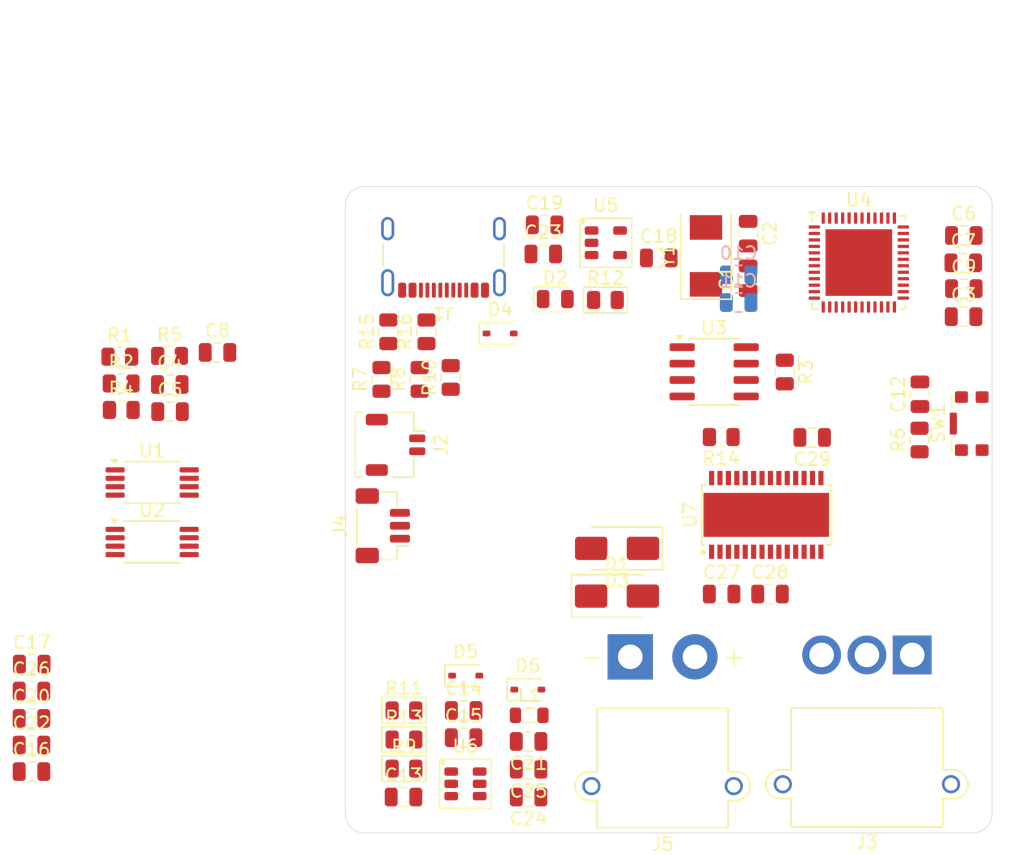
<source format=kicad_pcb>
(kicad_pcb (version 20240108) (generator "pcbnew") (generator_version "8.0")
  (layers (0 "F.Cu" signal) (1 "In1.Cu" signal) (2 "In2.Cu" power) (31 "B.Cu" signal) (34 "B.Paste" user) (35 "F.Paste" user) (36 "B.SilkS" user "B.Silkscreen") (37 "F.SilkS" user "F.Silkscreen") (38 "B.Mask" user) (39 "F.Mask" user) (44 "Edge.Cuts" user))
  (net 0 "")
  (net 1 "Net-(J1-CC2)")
  (net 4 "VBUS")
  (net 5 "/USB_DM_IN")
  (net 6 "/USB_DP_IN")
  (net 7 "GND")
  (net 8 "Net-(J1-CC1)")
  (net 9 "/NRST")
  (net 10 "+3.3V")
  (net 11 "/USB_DP")
  (net 12 "/OSC_OUT")
  (net 13 "GNDA")
  (net 14 "/OSC_IN")
  (net 15 "/PWM_C")
  (net 16 "/DRV_EN")
  (net 17 "/V3P3")
  (net 18 "/MOTOR_C")
  (net 19 "/PWM_B")
  (net 20 "VCC")
  (net 21 "/DRV_FAULT")
  (net 22 "/MOTOR_A_CS")
  (net 23 "/MOTOR_B_CS")
  (net 24 "/MOTOR_A")
  (net 25 "/SENSE_A")
  (net 26 "/SENSE_B")
  (net 27 "/MOTOR_B")
  (net 28 "/CAN_L")
  (net 29 "/CAN_R")
  (net 30 "/CAN_H")
  (net 31 "/CAN_D")
  (net 32 "Net-(C8-Pad1)")
  (net 33 "/USB_DM")
  (net 34 "Net-(U7-CPL)")
  (net 35 "Net-(U7-CPH)")
  (net 36 "Net-(U7-VCP)")
  (net 37 "Net-(U7-V3P3)")
  (net 38 "Net-(D2-K)")
  (net 39 "+5V")
  (net 40 "Net-(D5-K)")
  (net 41 "Net-(D6-K)")
  (net 52 "/PWM_A")
  (net 67 "Net-(U5-BYPASS)")
  (net 68 "Net-(U6-EN)")
  (net 69 "Net-(U6-BS)")
  (net 70 "Net-(U6-FB)")
  (net 71 "Net-(C14-Pad2)")
  (net 72 "VCC_IN")
  (net 73 "/Encoder_PWM")
  (footprint "Capacitor_SMD:C_0805_2012Metric" (layer "F.Cu") (at 168.15 61.33)
    (property "Reference" "C3" (at 0 -1.68 0) (layer "F.SilkS"))
    (property "Value" "0.1uF")
    (pad "1" smd roundrect (at -0.95 0) (size 1 1.45) (layers "F.Cu" "F.Paste" "F.Mask") (net 10 "+3.3V"))
    (pad "2" smd roundrect (at 0.95 0) (size 1 1.45) (layers "F.Cu" "F.Paste" "F.Mask") (net 7 "GND"))
  )
  (footprint "Capacitor_SMD:C_0805_2012Metric" (layer "F.Cu") (at 96.13 88.2)
    (property "Reference" "C17" (at 0 -1.68 0) (layer "F.SilkS"))
    (property "Value" "100uF")
    (pad "1" smd roundrect (at -0.95 0) (size 1 1.45) (layers "F.Cu" "F.Paste" "F.Mask") (net 20 "VCC"))
    (pad "2" smd roundrect (at 0.95 0) (size 1 1.45) (layers "F.Cu" "F.Paste" "F.Mask") (net 7 "GND"))
  )
  (footprint "Inductor_SMD:L_0805_2012Metric" (layer "F.Cu") (at 134.58 92.16)
    (property "Reference" "L1" (at 0 -1.55 0) (layer "F.SilkS"))
    (property "Value" "6.8uH")
    (pad "1" smd roundrect (at -1.0625 0) (size 0.875 1.2) (layers "F.Cu" "F.Paste" "F.Mask") (net 71 "Net-(C14-Pad2)"))
    (pad "2" smd roundrect (at 1.0625 0) (size 0.875 1.2) (layers "F.Cu" "F.Paste" "F.Mask") (net 39 "+5V"))
  )
  (footprint "Capacitor_SMD:C_0805_2012Metric" (layer "F.Cu") (at 164.78 67.33 90)
    (property "Reference" "C12" (at 0 -1.68 90) (layer "F.SilkS"))
    (property "Value" "0.1uF")
    (pad "1" smd roundrect (at -0.95 0 90) (size 1 1.45) (layers "F.Cu" "F.Paste" "F.Mask") (net 9 "/NRST"))
    (pad "2" smd roundrect (at 0.95 0 90) (size 1 1.45) (layers "F.Cu" "F.Paste" "F.Mask") (net 7 "GND"))
  )
  (footprint "Capacitor_SMD:C_0805_2012Metric" (layer "F.Cu") (at 151.5 58.36 90)
    (property "Reference" "C1" (at 0 -1.68 90) (layer "F.SilkS"))
    (property "Value" "8pF")
    (pad "1" smd roundrect (at -0.95 0 90) (size 1 1.45) (layers "F.Cu" "F.Paste" "F.Mask") (net 7 "GND"))
    (pad "2" smd roundrect (at 0.95 0 90) (size 1 1.45) (layers "F.Cu" "F.Paste" "F.Mask") (net 12 "/OSC_OUT"))
  )
  (footprint "Connector_USB:USB_C_Receptacle_GCT_USB4105-xx-A_16P_TopMnt_Horizontal" (layer "F.Cu") (at 127.96 55.6 180)
    (property "Reference" "J1" (at 0 -5.5 180) (layer "F.SilkS"))
    (property "Value" "USB_C_Receptacle_USB2.0_16P")
    (pad "" np_thru_hole circle (at -2.89 -2.605 180) (size 0.65 0.65) (drill 0.65) (layers "F&B.Cu" "*.Mask"))
    (pad "" np_thru_hole circle (at 2.89 -2.605 180) (size 0.65 0.65) (drill 0.65) (layers "F&B.Cu" "*.Mask"))
    (pad "A1" smd roundrect (at -3.2 -3.68 180) (size 0.6 1.15) (layers "F.Cu" "F.Paste" "F.Mask") (net 7 "GND"))
    (pad "A4" smd roundrect (at -2.4 -3.68 180) (size 0.6 1.15) (layers "F.Cu" "F.Paste" "F.Mask") (net 4 "VBUS"))
    (pad "A5" smd roundrect (at -1.25 -3.68 180) (size 0.3 1.15) (layers "F.Cu" "F.Paste" "F.Mask") (net 8 "Net-(J1-CC1)"))
    (pad "A6" smd roundrect (at -0.25 -3.68 180) (size 0.3 1.15) (layers "F.Cu" "F.Paste" "F.Mask") (net 6 "/USB_DP_IN"))
    (pad "A7" smd roundrect (at 0.25 -3.68 180) (size 0.3 1.15) (layers "F.Cu" "F.Paste" "F.Mask") (net 5 "/USB_DM_IN"))
    (pad "A8" smd roundrect (at 1.25 -3.68 180) (size 0.3 1.15) (layers "F.Cu" "F.Paste" "F.Mask"))
    (pad "A9" smd roundrect (at 2.4 -3.68 180) (size 0.6 1.15) (layers "F.Cu" "F.Paste" "F.Mask") (net 4 "VBUS"))
    (pad "A12" smd roundrect (at 3.2 -3.68 180) (size 0.6 1.15) (layers "F.Cu" "F.Paste" "F.Mask") (net 7 "GND"))
    (pad "B1" smd roundrect (at 3.2 -3.68 180) (size 0.6 1.15) (layers "F.Cu" "F.Paste" "F.Mask") (net 7 "GND"))
    (pad "B4" smd roundrect (at 2.4 -3.68 180) (size 0.6 1.15) (layers "F.Cu" "F.Paste" "F.Mask") (net 4 "VBUS"))
    (pad "B5" smd roundrect (at 1.75 -3.68 180) (size 0.3 1.15) (layers "F.Cu" "F.Paste" "F.Mask") (net 1 "Net-(J1-CC2)"))
    (pad "B6" smd roundrect (at 0.75 -3.68 180) (size 0.3 1.15) (layers "F.Cu" "F.Paste" "F.Mask") (net 6 "/USB_DP_IN"))
    (pad "B7" smd roundrect (at -0.75 -3.68 180) (size 0.3 1.15) (layers "F.Cu" "F.Paste" "F.Mask") (net 5 "/USB_DM_IN"))
    (pad "B8" smd roundrect (at -1.75 -3.68 180) (size 0.3 1.15) (layers "F.Cu" "F.Paste" "F.Mask"))
    (pad "B9" smd roundrect (at -2.4 -3.68 180) (size 0.6 1.15) (layers "F.Cu" "F.Paste" "F.Mask") (net 4 "VBUS"))
    (pad "B12" smd roundrect (at -3.2 -3.68 180) (size 0.6 1.15) (layers "F.Cu" "F.Paste" "F.Mask") (net 7 "GND"))
    (pad "S1" thru_hole oval (at -4.32 -3.105 180) (size 1 2.1) (drill oval 0.6 1.7) (layers "*.Cu" "*.Mask" "F.Paste") (net 7 "GND"))
    (pad "S1" thru_hole oval (at -4.32 1.075 180) (size 1 1.8) (drill oval 0.6 1.4) (layers "*.Cu" "*.Mask" "F.Paste") (net 7 "GND"))
    (pad "S1" thru_hole oval (at 4.32 -3.105 180) (size 1 2.1) (drill oval 0.6 1.7) (layers "*.Cu" "*.Mask" "F.Paste") (net 7 "GND"))
    (pad "S1" thru_hole oval (at 4.32 1.075 180) (size 1 1.8) (drill oval 0.6 1.4) (layers "*.Cu" "*.Mask" "F.Paste") (net 7 "GND"))
  )
  (footprint "Resistor_SMD:R_0805_2012Metric" (layer "F.Cu") (at 126.11 66.1825 90)
    (property "Reference" "R8" (at 0 -1.65 90) (layer "F.SilkS"))
    (property "Value" "22")
    (pad "1" smd roundrect (at -0.9125 0 90) (size 1.025 1.4) (layers "F.Cu" "F.Paste" "F.Mask") (roundrect_rratio 0.243902) (net 6 "/USB_DP_IN"))
    (pad "2" smd roundrect (at 0.9125 0 90) (size 1.025 1.4) (layers "F.Cu" "F.Paste" "F.Mask") (roundrect_rratio 0.243902) (net 11 "/USB_DP"))
  )
  (footprint "Capacitor_SMD:C_0805_2012Metric" (layer "F.Cu") (at 135.665 56.485)
    (property "Reference" "C23" (at 0 -1.68 0) (layer "F.SilkS"))
    (property "Value" "10uF")
    (pad "1" smd roundrect (at -0.95 0) (size 1 1.45) (layers "F.Cu" "F.Paste" "F.Mask") (net 10 "+3.3V"))
    (pad "2" smd roundrect (at 0.95 0) (size 1 1.45) (layers "F.Cu" "F.Paste" "F.Mask") (net 7 "GND"))
  )
  (footprint "LED_SMD:LED_0805_2012Metric" (layer "F.Cu") (at 136.5925 59.97)
    (property "Reference" "D2" (at 0 -1.65 0) (layer "F.SilkS"))
    (property "Value" "LED")
    (pad "1" smd roundrect (at -0.9375 0) (size 0.975 1.4) (layers "F.Cu" "F.Paste" "F.Mask") (net 38 "Net-(D2-K)"))
    (pad "2" smd roundrect (at 0.9375 0) (size 0.975 1.4) (layers "F.Cu" "F.Paste" "F.Mask") (net 39 "+5V"))
  )
  (footprint "Connector_JST:JST_SHL_SM02B-SHLS-TF_1x02-1MP_P1.00mm_Horizontal" (layer "F.Cu") (at 124.25 71.24 -90)
    (property "Reference" "J2" (at 0 -3.5 90) (layer "F.SilkS"))
    (property "Value" "Conn_01x02_MountingPin")
    (pad "1" smd roundrect (at -0.5 -1.675 270) (size 0.6 1.25) (layers "F.Cu" "F.Paste" "F.Mask") (net 30 "/CAN_H"))
    (pad "2" smd roundrect (at 0.5 -1.675 270) (size 0.6 1.25) (layers "F.Cu" "F.Paste" "F.Mask") (net 28 "/CAN_L"))
    (pad "MP" smd roundrect (at -1.95 1.45 270) (size 0.9 1.7) (layers "F.Cu" "F.Paste" "F.Mask") (net 7 "GND"))
    (pad "MP" smd roundrect (at 1.95 1.45 270) (size 0.9 1.7) (layers "F.Cu" "F.Paste" "F.Mask") (net 7 "GND"))
  )
  (footprint "Resistor_SMD:R_0805_2012Metric" (layer "F.Cu") (at 154.33 65.61 -90)
    (property "Reference" "R3" (at 0 -1.65 90) (layer "F.SilkS"))
    (property "Value" "120")
    (pad "1" smd roundrect (at -0.9125 0 270) (size 1.025 1.4) (layers "F.Cu" "F.Paste" "F.Mask") (roundrect_rratio 0.243902) (net 30 "/CAN_H"))
    (pad "2" smd roundrect (at 0.9125 0 270) (size 1.025 1.4) (layers "F.Cu" "F.Paste" "F.Mask") (roundrect_rratio 0.243902) (net 28 "/CAN_L"))
  )
  (footprint "Capacitor_SMD:C_0805_2012Metric" (layer "F.Cu") (at 110.4875 64.095)
    (property "Reference" "C8" (at 0 -1.68 0) (layer "F.SilkS"))
    (property "Value" "10uF")
    (pad "1" smd roundrect (at -0.95 0) (size 1 1.45) (layers "F.Cu" "F.Paste" "F.Mask") (net 32 "Net-(C8-Pad1)"))
    (pad "2" smd roundrect (at 0.95 0) (size 1 1.45) (layers "F.Cu" "F.Paste" "F.Mask") (net 13 "GNDA"))
  )
  (footprint "Diode_SMD:D_SOD-323" (layer "F.Cu") (at 134.475 90.17)
    (property "Reference" "D6" (at 0 -1.85 0) (layer "F.SilkS"))
    (property "Value" "B5817WS")
    (pad "1" smd roundrect (at -1.05 0) (size 0.6 0.45) (layers "F.Cu" "F.Paste" "F.Mask") (net 41 "Net-(D6-K)"))
    (pad "2" smd roundrect (at 1.05 0) (size 0.6 0.45) (layers "F.Cu" "F.Paste" "F.Mask") (net 20 "VCC"))
  )
  (footprint "Resistor_SMD:R_0805_2012Metric" (layer "F.Cu") (at 106.7775 64.365)
    (property "Reference" "R5" (at 0 -1.65 0) (layer "F.SilkS"))
    (property "Value" "3.3K")
    (pad "1" smd roundrect (at -0.9125 0) (size 1.025 1.4) (layers "F.Cu" "F.Paste" "F.Mask") (roundrect_rratio 0.243902) (net 32 "Net-(C8-Pad1)"))
    (pad "2" smd roundrect (at 0.9125 0) (size 1.025 1.4) (layers "F.Cu" "F.Paste" "F.Mask") (roundrect_rratio 0.243902) (net 13 "GNDA"))
  )
  (footprint "PCM_Package_TO_SOT_SMD_AKL:SOT-23-6" (layer "F.Cu") (at 129.65 97.46)
    (property "Reference" "U6" (at 0 -2.9 360) (layer "F.SilkS"))
    (property "Value" "ME3116" (hide yes))
    (pad "1" smd roundrect (at -1.1 -0.95) (size 1.06 0.65) (layers "F.Cu" "F.Paste" "F.Mask") (net 69 "Net-(U6-BS)"))
    (pad "2" smd roundrect (at -1.1 0) (size 1.06 0.65) (layers "F.Cu" "F.Paste" "F.Mask") (net 7 "GND"))
    (pad "3" smd roundrect (at -1.1 0.95) (size 1.06 0.65) (layers "F.Cu" "F.Paste" "F.Mask") (net 70 "Net-(U6-FB)"))
    (pad "4" smd roundrect (at 1.1 0.95) (size 1.06 0.65) (layers "F.Cu" "F.Paste" "F.Mask") (net 68 "Net-(U6-EN)"))
    (pad "5" smd roundrect (at 1.1 0) (size 1.06 0.65) (layers "F.Cu" "F.Paste" "F.Mask") (net 41 "Net-(D6-K)"))
    (pad "6" smd roundrect (at 1.1 -0.95) (size 1.06 0.65) (layers "F.Cu" "F.Paste" "F.Mask") (net 40 "Net-(D5-K)"))
  )
  (footprint "Crystal:Crystal_SMD_0603-2Pin_6.0x3.5mm" (layer "F.Cu") (at 148.24 56.63 90)
    (property "Reference" "Y1" (at 0 -2.95 90) (layer "F.SilkS"))
    (property "Value" "8M")
    (pad "1" smd rect (at -2.2 0 90) (size 1.9 2.5) (layers "F.Cu" "F.Paste" "F.Mask") (net 12 "/OSC_OUT"))
    (pad "2" smd rect (at 2.2 0 90) (size 1.9 2.5) (layers "F.Cu" "F.Paste" "F.Mask") (net 14 "/OSC_IN"))
  )
  (footprint "Resistor_SMD:R_0805_2012Metric" (layer "F.Cu") (at 103.0375 66.495)
    (property "Reference" "R2" (at 0 -1.65 0) (layer "F.SilkS"))
    (property "Value" "0.01")
    (pad "1" smd roundrect (at -0.9125 0) (size 1.025 1.4) (layers "F.Cu" "F.Paste" "F.Mask") (roundrect_rratio 0.243902) (net 23 "/MOTOR_B_CS"))
    (pad "2" smd roundrect (at 0.9125 0) (size 1.025 1.4) (layers "F.Cu" "F.Paste" "F.Mask") (roundrect_rratio 0.243902) (net 27 "/MOTOR_B"))
  )
  (footprint "Capacitor_SMD:C_0805_2012Metric" (layer "F.Cu") (at 134.53 98.48 180)
    (property "Reference" "C24" (at 0 -1.68 360) (layer "F.SilkS"))
    (property "Value" "10uF")
    (pad "1" smd roundrect (at -0.95 0 180) (size 1 1.45) (layers "F.Cu" "F.Paste" "F.Mask") (net 7 "GND"))
    (pad "2" smd roundrect (at 0.95 0 180) (size 1 1.45) (layers "F.Cu" "F.Paste" "F.Mask") (net 41 "Net-(D6-K)"))
  )
  (footprint "Capacitor_SMD:C_0805_2012Metric" (layer "F.Cu") (at 153.19 82.78)
    (property "Reference" "C28" (at 0 -1.68 360) (layer "F.SilkS"))
    (property "Value" "0.1uF")
    (pad "1" smd roundrect (at -0.95 0) (size 1 1.45) (layers "F.Cu" "F.Paste" "F.Mask") (net 36 "Net-(U7-VCP)"))
    (pad "2" smd roundrect (at 0.95 0) (size 1 1.45) (layers "F.Cu" "F.Paste" "F.Mask") (net 20 "VCC"))
  )
  (footprint "Package_SO:TSSOP-8_4.4x3mm_P0.65mm" (layer "F.Cu") (at 105.4375 74.155)
    (property "Reference" "U1" (at 0 -2.45 0) (layer "F.SilkS"))
    (property "Value" "INA240A2PW")
    (pad "1" smd roundrect (at -2.8625 -0.975) (size 1.475 0.4) (layers "F.Cu" "F.Paste" "F.Mask") (net 7 "GND"))
    (pad "2" smd roundrect (at -2.8625 -0.325) (size 1.475 0.4) (layers "F.Cu" "F.Paste" "F.Mask") (net 24 "/MOTOR_A"))
    (pad "3" smd roundrect (at -2.8625 0.325) (size 1.475 0.4) (layers "F.Cu" "F.Paste" "F.Mask") (net 22 "/MOTOR_A_CS"))
    (pad "4" smd roundrect (at -2.8625 0.975) (size 1.475 0.4) (layers "F.Cu" "F.Paste" "F.Mask") (net 7 "GND"))
    (pad "5" smd roundrect (at 2.8625 0.975) (size 1.475 0.4) (layers "F.Cu" "F.Paste" "F.Mask") (net 10 "+3.3V"))
    (pad "6" smd roundrect (at 2.8625 0.325) (size 1.475 0.4) (layers "F.Cu" "F.Paste" "F.Mask") (net 10 "+3.3V"))
    (pad "7" smd roundrect (at 2.8625 -0.325) (size 1.475 0.4) (layers "F.Cu" "F.Paste" "F.Mask") (net 7 "GND"))
    (pad "8" smd roundrect (at 2.8625 -0.975) (size 1.475 0.4) (layers "F.Cu" "F.Paste" "F.Mask") (net 25 "/SENSE_A"))
  )
  (footprint "Diode_SMD:D_SOD-323" (layer "F.Cu") (at 129.67 89.09)
    (property "Reference" "D5" (at 0 -1.85 0) (layer "F.SilkS"))
    (property "Value" "B5817WS")
    (pad "1" smd roundrect (at -1.05 0) (size 0.6 0.45) (layers "F.Cu" "F.Paste" "F.Mask") (net 40 "Net-(D5-K)"))
    (pad "2" smd roundrect (at 1.05 0) (size 0.6 0.45) (layers "F.Cu" "F.Paste" "F.Mask") (net 7 "GND"))
  )
  (footprint "Capacitor_SMD:C_0805_2012Metric" (layer "F.Cu") (at 124.8625 98.48)
    (property "Reference" "C13" (at 0 -1.68 0) (layer "F.SilkS"))
    (property "Value" "100K")
    (pad "1" smd roundrect (at -0.95 0) (size 1 1.45) (layers "F.Cu" "F.Paste" "F.Mask") (net 39 "+5V"))
    (pad "2" smd roundrect (at 0.95 0) (size 1 1.45) (layers "F.Cu" "F.Paste" "F.Mask") (net 70 "Net-(U6-FB)"))
  )
  (footprint "PCM_Package_TO_SOT_SMD_AKL:SOT-23-5" (layer "F.Cu") (at 140.5 55.62)
    (property "Reference" "U5" (at 0 -2.9 0) (layer "F.SilkS"))
    (property "Value" "LP2992 3V3" (hide yes))
    (pad "1" smd roundrect (at -1.1 -0.95) (size 1.06 0.65) (layers "F.Cu" "F.Paste" "F.Mask") (net 39 "+5V"))
    (pad "2" smd roundrect (at -1.1 0) (size 1.06 0.65) (layers "F.Cu" "F.Paste" "F.Mask") (net 7 "GND"))
    (pad "3" smd roundrect (at -1.1 0.95) (size 1.06 0.65) (layers "F.Cu" "F.Paste" "F.Mask") (net 39 "+5V"))
    (pad "4" smd roundrect (at 1.1 0.95) (size 1.06 0.65) (layers "F.Cu" "F.Paste" "F.Mask") (net 67 "Net-(U5-BYPASS)"))
    (pad "5" smd roundrect (at 1.1 -0.95) (size 1.06 0.65) (layers "F.Cu" "F.Paste" "F.Mask") (net 10 "+3.3V"))
  )
  (footprint "Package_SO:HTSSOP-28-1EP_4.4x9.7mm_P0.65mm_EP3.4x9.5mm_Mask2.4x6.17mm" (layer "F.Cu") (at 152.9 76.66 90)
    (property "Reference" "U7" (at 0 -5.9 90) (layer "F.SilkS"))
    (property "Value" "DRV8313PWP")
    (pad "1" smd rect (at -2.85 -4.225 90) (size 1.1 0.4) (layers "F.Cu" "F.Paste" "F.Mask") (net 34 "Net-(U7-CPL)"))
    (pad "2" smd rect (at -2.85 -3.575 90) (size 1.1 0.4) (layers "F.Cu" "F.Paste" "F.Mask") (net 35 "Net-(U7-CPH)"))
    (pad "3" smd rect (at -2.85 -2.925 90) (size 1.1 0.4) (layers "F.Cu" "F.Paste" "F.Mask") (net 36 "Net-(U7-VCP)"))
    (pad "4" smd rect (at -2.85 -2.275 90) (size 1.1 0.4) (layers "F.Cu" "F.Paste" "F.Mask") (net 20 "VCC"))
    (pad "5" smd rect (at -2.85 -1.625 90) (size 1.1 0.4) (layers "F.Cu" "F.Paste" "F.Mask") (net 22 "/MOTOR_A_CS"))
    (pad "6" smd rect (at -2.85 -0.975 90) (size 1.1 0.4) (layers "F.Cu" "F.Paste" "F.Mask") (net 7 "GND"))
    (pad "7" smd rect (at -2.85 -0.325 90) (size 1.1 0.4) (layers "F.Cu" "F.Paste" "F.Mask") (net 7 "GND"))
    (pad "8" smd rect (at -2.85 0.325 90) (size 1.1 0.4) (layers "F.Cu" "F.Paste" "F.Mask") (net 23 "/MOTOR_B_CS"))
    (pad "9" smd rect (at -2.85 0.975 90) (size 1.1 0.4) (layers "F.Cu" "F.Paste" "F.Mask") (net 18 "/MOTOR_C"))
    (pad "10" smd rect (at -2.85 1.625 90) (size 1.1 0.4) (layers "F.Cu" "F.Paste" "F.Mask") (net 7 "GND"))
    (pad "11" smd rect (at -2.85 2.275 90) (size 1.1 0.4) (layers "F.Cu" "F.Paste" "F.Mask") (net 20 "VCC"))
    (pad "12" smd rect (at -2.85 2.925 90) (size 1.1 0.4) (layers "F.Cu" "F.Paste" "F.Mask") (net 7 "GND"))
    (pad "13" smd rect (at -2.85 3.575 90) (size 1.1 0.4) (layers "F.Cu" "F.Paste" "F.Mask") (net 7 "GND"))
    (pad "14" smd rect (at -2.85 4.225 90) (size 1.1 0.4) (layers "F.Cu" "F.Paste" "F.Mask") (net 7 "GND"))
    (pad "15" smd rect (at 2.85 4.225 90) (size 1.1 0.4) (layers "F.Cu" "F.Paste" "F.Mask") (net 37 "Net-(U7-V3P3)"))
    (pad "16" smd rect (at 2.85 3.575 90) (size 1.1 0.4) (layers "F.Cu" "F.Paste" "F.Mask") (net 17 "/V3P3"))
    (pad "17" smd rect (at 2.85 2.925 90) (size 1.1 0.4) (layers "F.Cu" "F.Paste" "F.Mask") (net 17 "/V3P3"))
    (pad "18" smd rect (at 2.85 2.275 90) (size 1.1 0.4) (layers "F.Cu" "F.Paste" "F.Mask") (net 21 "/DRV_FAULT"))
    (pad "19" smd rect (at 2.85 1.625 90) (size 1.1 0.4) (layers "F.Cu" "F.Paste" "F.Mask"))
    (pad "20" smd rect (at 2.85 0.975 90) (size 1.1 0.4) (layers "F.Cu" "F.Paste" "F.Mask") (net 7 "GND"))
    (pad "21" smd rect (at 2.85 0.325 90) (size 1.1 0.4) (layers "F.Cu" "F.Paste" "F.Mask"))
    (pad "22" smd rect (at 2.85 -0.325 90) (size 1.1 0.4) (layers "F.Cu" "F.Paste" "F.Mask") (net 16 "/DRV_EN"))
    (pad "23" smd rect (at 2.85 -0.975 90) (size 1.1 0.4) (layers "F.Cu" "F.Paste" "F.Mask") (net 15 "/PWM_C"))
    (pad "24" smd rect (at 2.85 -1.625 90) (size 1.1 0.4) (layers "F.Cu" "F.Paste" "F.Mask") (net 16 "/DRV_EN"))
    (pad "25" smd rect (at 2.85 -2.275 90) (size 1.1 0.4) (layers "F.Cu" "F.Paste" "F.Mask") (net 19 "/PWM_B"))
    (pad "26" smd rect (at 2.85 -2.925 90) (size 1.1 0.4) (layers "F.Cu" "F.Paste" "F.Mask") (net 16 "/DRV_EN"))
    (pad "27" smd rect (at 2.85 -3.575 90) (size 1.1 0.4) (layers "F.Cu" "F.Paste" "F.Mask") (net 52 "/PWM_A"))
    (pad "28" smd rect (at 2.85 -4.225 90) (size 1.1 0.4) (layers "F.Cu" "F.Paste" "F.Mask") (net 7 "GND"))
    (pad "29" smd rect (at 0 0 90) (size 3.4 9.7) (layers "F.Cu") (net 7 "GND"))
  )
  (footprint "Resistor_SMD:R_0805_2012Metric" (layer "F.Cu") (at 164.75 70.87 90)
    (property "Reference" "R6" (at 0 -1.65 90) (layer "F.SilkS"))
    (property "Value" "10K")
    (pad "1" smd roundrect (at -0.9125 0 90) (size 1.025 1.4) (layers "F.Cu" "F.Paste" "F.Mask") (roundrect_rratio 0.243902) (net 10 "+3.3V"))
    (pad "2" smd roundrect (at 0.9125 0 90) (size 1.025 1.4) (layers "F.Cu" "F.Paste" "F.Mask") (roundrect_rratio 0.243902) (net 9 "/NRST"))
  )
  (footprint "Resistor_SMD:R_0805_2012Metric" (layer "F.Cu") (at 149.42 70.64 180)
    (property "Reference" "R14" (at 0 -1.65 360) (layer "F.SilkS"))
    (property "Value" "10K")
    (pad "1" smd roundrect (at -0.9125 0 180) (size 1.025 1.4) (layers "F.Cu" "F.Paste" "F.Mask") (roundrect_rratio 0.243902) (net 17 "/V3P3"))
    (pad "2" smd roundrect (at 0.9125 0 180) (size 1.025 1.4) (layers "F.Cu" "F.Paste" "F.Mask") (roundrect_rratio 0.243902) (net 21 "/DRV_FAULT"))
  )
  (footprint "Diode_SMD:D_SMA" (layer "F.Cu") (at 141.37 79.25 180)
    (property "Reference" "D3" (at 0 -2.5 360) (layer "F.SilkS"))
    (property "Value" "SMBJ5.0CA")
    (pad "1" smd roundrect (at -2 0 180) (size 2.5 1.8) (layers "F.Cu" "F.Paste" "F.Mask") (roundrect_rratio 0.1388888889) (net 7 "GND"))
    (pad "2" smd roundrect (at 2 0 180) (size 2.5 1.8) (layers "F.Cu" "F.Paste" "F.Mask") (roundrect_rratio 0.1388888889) (net 20 "VCC"))
  )
  (footprint "Capacitor_SMD:C_0805_2012Metric" (layer "F.Cu") (at 106.8175 68.675)
    (property "Reference" "C5" (at 0 -1.68 0) (layer "F.SilkS"))
    (property "Value" "0.1uF")
    (pad "1" smd roundrect (at -0.95 0) (size 1 1.45) (layers "F.Cu" "F.Paste" "F.Mask") (net 10 "+3.3V"))
    (pad "2" smd roundrect (at 0.95 0) (size 1 1.45) (layers "F.Cu" "F.Paste" "F.Mask") (net 7 "GND"))
  )
  (footprint "PCM_Resistor_SMD_AKL:R_0805_2012Metric" (layer "F.Cu") (at 124.8975 91.78)
    (property "Reference" "R11" (at 0 -1.7 0) (layer "F.SilkS"))
    (property "Value" "10K" (hide yes))
    (pad "1" smd roundrect (at -0.9125 0) (size 1.025 1.4) (layers "F.Cu" "F.Paste" "F.Mask") (roundrect_rratio 0.243902) (net 39 "+5V"))
    (pad "2" smd roundrect (at 0.9125 0) (size 1.025 1.4) (layers "F.Cu" "F.Paste" "F.Mask") (roundrect_rratio 0.243902) (net 70 "Net-(U6-FB)"))
  )
  (footprint "Capacitor_SMD:C_0805_2012Metric" (layer "F.Cu") (at 134.53 94.18 180)
    (property "Reference" "C21" (at 0 -1.68 360) (layer "F.SilkS"))
    (property "Value" "0.1uF")
    (pad "1" smd roundrect (at -0.95 0 180) (size 1 1.45) (layers "F.Cu" "F.Paste" "F.Mask") (net 7 "GND"))
    (pad "2" smd roundrect (at 0.95 0 180) (size 1 1.45) (layers "F.Cu" "F.Paste" "F.Mask") (net 39 "+5V"))
  )
  (footprint "Capacitor_SMD:C_0805_2012Metric" (layer "F.Cu") (at 96.11 96.51)
    (property "Reference" "C16" (at 0 -1.68 0) (layer "F.SilkS"))
    (property "Value" "100uF")
    (pad "1" smd roundrect (at -0.95 0) (size 1 1.45) (layers "F.Cu" "F.Paste" "F.Mask") (net 20 "VCC"))
    (pad "2" smd roundrect (at 0.95 0) (size 1 1.45) (layers "F.Cu" "F.Paste" "F.Mask") (net 7 "GND"))
  )
  (footprint "Diode_SMD:D_SMA" (layer "F.Cu") (at 141.3625 82.94)
    (property "Reference" "D1" (at 0 -2.5 360) (layer "F.SilkS"))
    (property "Value" "SS54")
    (pad "1" smd roundrect (at -2 0) (size 2.5 1.8) (layers "F.Cu" "F.Paste" "F.Mask") (roundrect_rratio 0.1388888889) (net 20 "VCC"))
    (pad "2" smd roundrect (at 2 0) (size 2.5 1.8) (layers "F.Cu" "F.Paste" "F.Mask") (roundrect_rratio 0.1388888889) (net 72 "VCC_IN"))
  )
  (footprint "Connector_JST:JST_SH_BM03B-SRSS-TB_1x03-1MP_P1.00mm_Vertical" (layer "F.Cu") (at 123.26 77.5 90)
    (property "Reference" "J4" (at 0 -3.3 90) (layer "F.SilkS"))
    (property "Value" "Conn_01x03_MountingPin")
    (pad "1" smd roundrect (at -1 1.325 90) (size 0.6 1.55) (layers "F.Cu" "F.Paste" "F.Mask") (net 73 "/Encoder_PWM"))
    (pad "2" smd roundrect (at 0 1.325 90) (size 0.6 1.55) (layers "F.Cu" "F.Paste" "F.Mask") (net 7 "GND"))
    (pad "3" smd roundrect (at 1 1.325 90) (size 0.6 1.55) (layers "F.Cu" "F.Paste" "F.Mask") (net 39 "+5V"))
    (pad "MP" smd roundrect (at -2.3 -1.2 90) (size 1.2 1.8) (layers "F.Cu" "F.Paste" "F.Mask") (roundrect_rratio 0.208333) (net 7 "GND"))
    (pad "MP" smd roundrect (at 2.3 -1.2 90) (size 1.2 1.8) (layers "F.Cu" "F.Paste" "F.Mask") (roundrect_rratio 0.208333) (net 7 "GND"))
  )
  (footprint "Button_Switch_SMD:SW_SPST_CK_KMS2xxG" (layer "F.Cu") (at 168.785 69.6 90)
    (property "Reference" "SW1" (at 0 -2.6 90) (layer "F.SilkS"))
    (property "Value" "CK_KMS2xxG")
    (pad "1" smd roundrect (at -2.05 -0.8 90) (size 0.9 1) (layers "F.Cu" "F.Paste" "F.Mask") (roundrect_rratio 0.15) (net 9 "/NRST"))
    (pad "1" smd roundrect (at 2.05 -0.8 90) (size 0.9 1) (layers "F.Cu" "F.Paste" "F.Mask") (roundrect_rratio 0.15) (net 9 "/NRST"))
    (pad "2" smd roundrect (at -2.05 0.8 90) (size 0.9 1) (layers "F.Cu" "F.Paste" "F.Mask") (roundrect_rratio 0.15) (net 7 "GND"))
    (pad "2" smd roundrect (at 2.05 0.8 90) (size 0.9 1) (layers "F.Cu" "F.Paste" "F.Mask") (roundrect_rratio 0.15) (net 7 "GND"))
    (pad "SH" smd roundrect (at 0 -1.425 90) (size 1.7 0.55) (layers "F.Cu" "F.Paste" "F.Mask") (roundrect_rratio 0.15) (net 7 "GND"))
  )
  (footprint "Capacitor_SMD:C_0805_2012Metric" (layer "F.Cu") (at 149.45 82.78)
    (property "Reference" "C27" (at 0 -1.68 360) (layer "F.SilkS"))
    (property "Value" "10nF")
    (pad "1" smd roundrect (at -0.95 0) (size 1 1.45) (layers "F.Cu" "F.Paste" "F.Mask") (net 34 "Net-(U7-CPL)"))
    (pad "2" smd roundrect (at 0.95 0) (size 1 1.45) (layers "F.Cu" "F.Paste" "F.Mask") (net 35 "Net-(U7-CPH)"))
  )
  (footprint "Capacitor_SMD:C_0805_2012Metric" (layer "F.Cu") (at 129.515 91.785)
    (property "Reference" "C14" (at 0 -1.68 0) (layer "F.SilkS"))
    (property "Value" "0.1uF")
    (pad "1" smd roundrect (at -0.95 0) (size 1 1.45) (layers "F.Cu" "F.Paste" "F.Mask") (net 69 "Net-(U6-BS)"))
    (pad "2" smd roundrect (at 0.95 0) (size 1 1.45) (layers "F.Cu" "F.Paste" "F.Mask") (net 71 "Net-(C14-Pad2)"))
  )
  (footprint "Capacitor_SMD:C_0805_2012Metric" (layer "F.Cu") (at 96.11 92.4)
    (property "Reference" "C20" (at 0 -1.68 0) (layer "F.SilkS"))
    (property "Value" "100uF")
    (pad "1" smd roundrect (at -0.95 0) (size 1 1.45) (layers "F.Cu" "F.Paste" "F.Mask") (net 20 "VCC"))
    (pad "2" smd roundrect (at 0.95 0) (size 1 1.45) (layers "F.Cu" "F.Paste" "F.Mask") (net 7 "GND"))
  )
  (footprint "Capacitor_SMD:C_0805_2012Metric" (layer "F.Cu") (at 106.7975 66.575)
    (property "Reference" "C4" (at 0 -1.68 0) (layer "F.SilkS"))
    (property "Value" "0.1uF")
    (pad "1" smd roundrect (at -0.95 0) (size 1 1.45) (layers "F.Cu" "F.Paste" "F.Mask") (net 10 "+3.3V"))
    (pad "2" smd roundrect (at 0.95 0) (size 1 1.45) (layers "F.Cu" "F.Paste" "F.Mask") (net 7 "GND"))
  )
  (footprint "Package_SO:SOIC-8_3.9x4.9mm_P1.27mm" (layer "F.Cu") (at 148.875 65.595)
    (property "Reference" "U3" (at 0 -3.4 0) (layer "F.SilkS"))
    (property "Value" "SN65HVD232")
    (pad "1" smd roundrect (at -2.475 -1.905) (size 1.95 0.6) (layers "F.Cu" "F.Paste" "F.Mask") (net 31 "/CAN_D"))
    (pad "2" smd roundrect (at -2.475 -0.635) (size 1.95 0.6) (layers "F.Cu" "F.Paste" "F.Mask") (net 7 "GND"))
    (pad "3" smd roundrect (at -2.475 0.635) (size 1.95 0.6) (layers "F.Cu" "F.Paste" "F.Mask") (net 10 "+3.3V"))
    (pad "4" smd roundrect (at -2.475 1.905) (size 1.95 0.6) (layers "F.Cu" "F.Paste" "F.Mask") (net 29 "/CAN_R"))
    (pad "5" smd roundrect (at 2.475 1.905) (size 1.95 0.6) (layers "F.Cu" "F.Paste" "F.Mask"))
    (pad "6" smd roundrect (at 2.475 0.635) (size 1.95 0.6) (layers "F.Cu" "F.Paste" "F.Mask") (net 28 "/CAN_L"))
    (pad "7" smd roundrect (at 2.475 -0.635) (size 1.95 0.6) (layers "F.Cu" "F.Paste" "F.Mask") (net 30 "/CAN_H"))
    (pad "8" smd roundrect (at 2.475 -1.905) (size 1.95 0.6) (layers "F.Cu" "F.Paste" "F.Mask"))
  )
  (footprint "Resistor_SMD:R_0805_2012Metric" (layer "F.Cu") (at 128.51 66.03 90)
    (property "Reference" "R10" (at 0 -1.65 90) (layer "F.SilkS"))
    (property "Value" "1.5K")
    (pad "1" smd roundrect (at -0.9125 0 90) (size 1.025 1.4) (layers "F.Cu" "F.Paste" "F.Mask") (roundrect_rratio 0.243902) (net 11 "/USB_DP"))
    (pad "2" smd roundrect (at 0.9125 0 90) (size 1.025 1.4) (layers "F.Cu" "F.Paste" "F.Mask") (roundrect_rratio 0.243902) (net 4 "VBUS"))
  )
  (footprint "Resistor_SMD:R_0805_2012Metric" (layer "F.Cu") (at 102.9375 64.425)
    (property "Reference" "R1" (at 0 -1.65 0) (layer "F.SilkS"))
    (property "Value" "0.01")
    (pad "1" smd roundrect (at -0.9125 0) (size 1.025 1.4) (layers "F.Cu" "F.Paste" "F.Mask") (roundrect_rratio 0.243902) (net 22 "/MOTOR_A_CS"))
    (pad "2" smd roundrect (at 0.9125 0) (size 1.025 1.4) (layers "F.Cu" "F.Paste" "F.Mask") (roundrect_rratio 0.243902) (net 24 "/MOTOR_A"))
  )
  (footprint "Package_SO:TSSOP-8_4.4x3mm_P0.65mm" (layer "F.Cu") (at 105.4375 78.755)
    (property "Reference" "U2" (at 0 -2.45 0) (layer "F.SilkS"))
    (property "Value" "INA240A2PW")
    (pad "1" smd roundrect (at -2.8625 -0.975) (size 1.475 0.4) (layers "F.Cu" "F.Paste" "F.Mask") (net 7 "GND"))
    (pad "2" smd roundrect (at -2.8625 -0.325) (size 1.475 0.4) (layers "F.Cu" "F.Paste" "F.Mask") (net 23 "/MOTOR_B_CS"))
    (pad "3" smd roundrect (at -2.8625 0.325) (size 1.475 0.4) (layers "F.Cu" "F.Paste" "F.Mask") (net 27 "/MOTOR_B"))
    (pad "4" smd roundrect (at -2.8625 0.975) (size 1.475 0.4) (layers "F.Cu" "F.Paste" "F.Mask") (net 7 "GND"))
    (pad "5" smd roundrect (at 2.8625 0.975) (size 1.475 0.4) (layers "F.Cu" "F.Paste" "F.Mask") (net 10 "+3.3V"))
    (pad "6" smd roundrect (at 2.8625 0.325) (size 1.475 0.4) (layers "F.Cu" "F.Paste" "F.Mask") (net 10 "+3.3V"))
    (pad "7" smd roundrect (at 2.8625 -0.325) (size 1.475 0.4) (layers "F.Cu" "F.Paste" "F.Mask") (net 7 "GND"))
    (pad "8" smd roundrect (at 2.8625 -0.975) (size 1.475 0.4) (layers "F.Cu" "F.Paste" "F.Mask") (net 26 "/SENSE_B"))
  )
  (footprint "Capacitor_SMD:C_0805_2012Metric" (layer "F.Cu") (at 96.11 90.28)
    (property "Reference" "C26" (at 0 -1.68 0) (layer "F.SilkS"))
    (property "Value" "100uf")
    (pad "1" smd roundrect (at -0.95 0) (size 1 1.45) (layers "F.Cu" "F.Paste" "F.Mask") (net 20 "VCC"))
    (pad "2" smd roundrect (at 0.95 0) (size 1 1.45) (layers "F.Cu" "F.Paste" "F.Mask") (net 7 "GND"))
  )
  (footprint "PCM_Resistor_SMD_AKL:R_0805_2012Metric" (layer "F.Cu") (at 140.47 60.04)
    (property "Reference" "R12" (at 0 -1.7 0) (layer "F.SilkS"))
    (property "Value" "2K" (hide yes))
    (pad "1" smd roundrect (at -0.9125 0) (size 1.025 1.4) (layers "F.Cu" "F.Paste" "F.Mask") (roundrect_rratio 0.243902) (net 38 "Net-(D2-K)"))
    (pad "2" smd roundrect (at 0.9125 0) (size 1.025 1.4) (layers "F.Cu" "F.Paste" "F.Mask") (roundrect_rratio 0.243902) (net 7 "GND"))
  )
  (footprint "Connector_AMASS:AMASS_MR30PW-M_1x03_P3.50mm_Horizontal" (layer "F.Cu") (at 164.18 87.49 180)
    (property "Reference" "J3" (at 3.5 -14.5 360) (layer "F.SilkS"))
    (property "Value" "Conn_01x03")
    (pad "" thru_hole circle (at -3 -10 180) (size 1.4 1.4) (drill 1) (layers "*.Cu" "*.Mask"))
    (pad "" thru_hole circle (at 10 -10 180) (size 1.4 1.4) (drill 1) (layers "*.Cu" "*.Mask"))
    (pad "1" thru_hole rect (at 0 0 180) (size 3 3) (drill 1.9) (layers "*.Cu" "*.Mask") (net 24 "/MOTOR_A"))
    (pad "2" thru_hole circle (at 3.5 0 180) (size 3 3) (drill 1.9) (layers "*.Cu" "*.Mask") (net 27 "/MOTOR_B"))
    (pad "3" thru_hole circle (at 7 0 180) (size 3 3) (drill 1.9) (layers "*.Cu" "*.Mask") (net 18 "/MOTOR_C"))
  )
  (footprint "Diode_SMD:D_SOD-323" (layer "F.Cu") (at 132.33 62.63)
    (property "Reference" "D4" (at 0 -1.85 0) (layer "F.SilkS"))
    (property "Value" "B5817WS")
    (pad "1" smd roundrect (at -1.05 0) (size 0.6 0.45) (layers "F.Cu" "F.Paste" "F.Mask") (net 39 "+5V"))
    (pad "2" smd roundrect (at 1.05 0) (size 0.6 0.45) (layers "F.Cu" "F.Paste" "F.Mask") (net 4 "VBUS"))
  )
  (footprint "Capacitor_SMD:C_0805_2012Metric" (layer "F.Cu") (at 168.17 59.16)
    (property "Reference" "C9" (at 0 -1.68 0) (layer "F.SilkS"))
    (property "Value" "0.1uF")
    (pad "1" smd roundrect (at -0.95 0) (size 1 1.45) (layers "F.Cu" "F.Paste" "F.Mask") (net 10 "+3.3V"))
    (pad "2" smd roundrect (at 0.95 0) (size 1 1.45) (layers "F.Cu" "F.Paste" "F.Mask") (net 7 "GND"))
  )
  (footprint "Resistor_SMD:R_0805_2012Metric" (layer "F.Cu") (at 123.69 62.5 90)
    (property "Reference" "R15" (at 0 -1.65 90) (layer "F.SilkS"))
    (property "Value" "5.1K")
    (pad "1" smd roundrect (at -0.9125 0 90) (size 1.025 1.4) (layers "F.Cu" "F.Paste" "F.Mask") (roundrect_rratio 0.243902) (net 1 "Net-(J1-CC2)"))
    (pad "2" smd roundrect (at 0.9125 0 90) (size 1.025 1.4) (layers "F.Cu" "F.Paste" "F.Mask") (roundrect_rratio 0.243902) (net 7 "GND"))
  )
  (footprint "Connector_AMASS:AMASS_XT30PW-M_1x02_P2.50mm_Horizontal" (layer "F.Cu") (at 142.39 87.635 180)
    (property "Reference" "J5" (at -2.5 -14.5 360) (layer "F.SilkS"))
    (property "Value" "Conn_01x02")
    (fp_text user "+" (at -8 0 360) (layer "F.SilkS") (effects (font (size 1.5 1.5))))
    (fp_text user "-" (at 3 0 360) (layer "F.SilkS") (effects (font (size 1.5 1.5))))
    (pad "" thru_hole circle (at -8 -10 180) (size 1.4 1.4) (drill 1) (layers "*.Cu" "*.Mask"))
    (pad "" thru_hole circle (at 3 -10 180) (size 1.4 1.4) (drill 1) (layers "*.Cu" "*.Mask"))
    (pad "1" thru_hole rect (at 0 0 180) (size 3.5 3.5) (drill 1.9) (layers "*.Cu" "*.Mask") (net 72 "VCC_IN"))
    (pad "2" thru_hole circle (at -5 0 180) (size 3.5 3.5) (drill 1.9) (layers "*.Cu" "*.Mask") (net 7 "GND"))
  )
  (footprint "Capacitor_SMD:C_0805_2012Metric" (layer "F.Cu") (at 168.1275 57.165)
    (property "Reference" "C7" (at 0 -1.68 0) (layer "F.SilkS"))
    (property "Value" "0.1uF")
    (pad "1" smd roundrect (at -0.95 0) (size 1 1.45) (layers "F.Cu" "F.Paste" "F.Mask") (net 10 "+3.3V"))
    (pad "2" smd roundrect (at 0.95 0) (size 1 1.45) (layers "F.Cu" "F.Paste" "F.Mask") (net 7 "GND"))
  )
  (footprint "Capacitor_SMD:C_0805_2012Metric" (layer "F.Cu") (at 151.5 54.91 -90)
    (property "Reference" "C2" (at 0 -1.68 90) (layer "F.SilkS"))
    (property "Value" "8pF")
    (pad "1" smd roundrect (at -0.95 0 270) (size 1 1.45) (layers "F.Cu" "F.Paste" "F.Mask") (net 7 "GND"))
    (pad "2" smd roundrect (at 0.95 0 270) (size 1 1.45) (layers "F.Cu" "F.Paste" "F.Mask") (net 14 "/OSC_IN"))
  )
  (footprint "Resistor_SMD:R_0805_2012Metric" (layer "F.Cu") (at 126.64 62.5 90)
    (property "Reference" "R16" (at 0 -1.65 90) (layer "F.SilkS"))
    (property "Value" "5.1K")
    (pad "1" smd roundrect (at -0.9125 0 90) (size 1.025 1.4) (layers "F.Cu" "F.Paste" "F.Mask") (roundrect_rratio 0.243902) (net 8 "Net-(J1-CC1)"))
    (pad "2" smd roundrect (at 0.9125 0 90) (size 1.025 1.4) (layers "F.Cu" "F.Paste" "F.Mask") (roundrect_rratio 0.243902) (net 7 "GND"))
  )
  (footprint "Capacitor_SMD:C_0805_2012Metric" (layer "F.Cu") (at 134.53 96.33 180)
    (property "Reference" "C25" (at 0 -1.68 360) (layer "F.SilkS"))
    (property "Value" "10uF")
    (pad "1" smd roundrect (at -0.95 0 180) (size 1 1.45) (layers "F.Cu" "F.Paste" "F.Mask") (net 7 "GND"))
    (pad "2" smd roundrect (at 0.95 0 180) (size 1 1.45) (layers "F.Cu" "F.Paste" "F.Mask") (net 39 "+5V"))
  )
  (footprint "Capacitor_SMD:C_0805_2012Metric" (layer "F.Cu") (at 129.51 93.89)
    (property "Reference" "C15" (at 0 -1.68 0) (layer "F.SilkS"))
    (property "Value" "0.1uF")
    (pad "1" smd roundrect (at -0.95 0) (size 1 1.45) (layers "F.Cu" "F.Paste" "F.Mask") (net 69 "Net-(U6-BS)"))
    (pad "2" smd roundrect (at 0.95 0) (size 1 1.45) (layers "F.Cu" "F.Paste" "F.Mask") (net 71 "Net-(C14-Pad2)"))
  )
  (footprint "Capacitor_SMD:C_0805_2012Metric" (layer "F.Cu") (at 168.17 55.05)
    (property "Reference" "C6" (at 0 -1.68 0) (layer "F.SilkS"))
    (property "Value" "0.1uF")
    (pad "1" smd roundrect (at -0.95 0) (size 1 1.45) (layers "F.Cu" "F.Paste" "F.Mask") (net 10 "+3.3V"))
    (pad "2" smd roundrect (at 0.95 0) (size 1 1.45) (layers "F.Cu" "F.Paste" "F.Mask") (net 7 "GND"))
  )
  (footprint "Resistor_SMD:R_0805_2012Metric" (layer "F.Cu") (at 123.16 66.1825 90)
    (property "Reference" "R7" (at 0 -1.65 90) (layer "F.SilkS"))
    (property "Value" "22")
    (pad "1" smd roundrect (at -0.9125 0 90) (size 1.025 1.4) (layers "F.Cu" "F.Paste" "F.Mask") (roundrect_rratio 0.243902) (net 5 "/USB_DM_IN"))
    (pad "2" smd roundrect (at 0.9125 0 90) (size 1.025 1.4) (layers "F.Cu" "F.Paste" "F.Mask") (roundrect_rratio 0.243902) (net 33 "/USB_DM"))
  )
  (footprint "Capacitor_SMD:C_0805_2012Metric" (layer "F.Cu") (at 96.11 94.46)
    (property "Reference" "C22" (at 0 -1.68 0) (layer "F.SilkS"))
    (property "Value" "100uF")
    (pad "1" smd roundrect (at -0.95 0) (size 1 1.45) (layers "F.Cu" "F.Paste" "F.Mask") (net 20 "VCC"))
    (pad "2" smd roundrect (at 0.95 0) (size 1 1.45) (layers "F.Cu" "F.Paste" "F.Mask") (net 7 "GND"))
  )
  (footprint "Capacitor_SMD:C_0805_2012Metric" (layer "F.Cu") (at 156.45 70.67 180)
    (property "Reference" "C29" (at 0 -1.68 360) (layer "F.SilkS"))
    (property "Value" "0.47uF")
    (pad "1" smd roundrect (at -0.95 0 180) (size 1 1.45) (layers "F.Cu" "F.Paste" "F.Mask") (net 37 "Net-(U7-V3P3)"))
    (pad "2" smd roundrect (at 0.95 0 180) (size 1 1.45) (layers "F.Cu" "F.Paste" "F.Mask") (net 7 "GND"))
  )
  (footprint "Resistor_SMD:R_0805_2012Metric" (layer "F.Cu") (at 103.0475 68.545)
    (property "Reference" "R4" (at 0 -1.65 0) (layer "F.SilkS"))
    (property "Value" "10K")
    (pad "1" smd roundrect (at -0.9125 0) (size 1.025 1.4) (layers "F.Cu" "F.Paste" "F.Mask") (roundrect_rratio 0.243902) (net 10 "+3.3V"))
    (pad "2" smd roundrect (at 0.9125 0) (size 1.025 1.4) (layers "F.Cu" "F.Paste" "F.Mask") (roundrect_rratio 0.243902) (net 32 "Net-(C8-Pad1)"))
  )
  (footprint "Capacitor_SMD:C_0805_2012Metric" (layer "F.Cu") (at 144.59 56.79)
    (property "Reference" "C18" (at 0 -1.68 0) (layer "F.SilkS"))
    (property "Value" "10uF")
    (pad "1" smd roundrect (at -0.95 0) (size 1 1.45) (layers "F.Cu" "F.Paste" "F.Mask") (net 67 "Net-(U5-BYPASS)"))
    (pad "2" smd roundrect (at 0.95 0) (size 1 1.45) (layers "F.Cu" "F.Paste" "F.Mask") (net 7 "GND"))
  )
  (footprint "Capacitor_SMD:C_0805_2012Metric" (layer "F.Cu") (at 135.77 54.23)
    (property "Reference" "C19" (at 0 -1.68 0) (layer "F.SilkS"))
    (property "Value" "0.1uF")
    (pad "1" smd roundrect (at -0.95 0) (size 1 1.45) (layers "F.Cu" "F.Paste" "F.Mask") (net 10 "+3.3V"))
    (pad "2" smd roundrect (at 0.95 0) (size 1 1.45) (layers "F.Cu" "F.Paste" "F.Mask") (net 7 "GND"))
  )
  (footprint "Package_DFN_QFN:QFN-48-1EP_7x7mm_P0.5mm_EP5.15x5.15mm" (layer "F.Cu") (at 160.055 57.145)
    (property "Reference" "U4" (at 0 -4.83 0) (layer "F.SilkS"))
    (property "Value" "STM32F411CEUx")
    (pad "1" smd roundrect (at -3.4375 -2.75) (size 0.875 0.25) (layers "F.Cu" "F.Paste" "F.Mask") (net 10 "+3.3V"))
    (pad "2" smd roundrect (at -3.4375 -2.25) (size 0.875 0.25) (layers "F.Cu" "F.Paste" "F.Mask"))
    (pad "3" smd roundrect (at -3.4375 -1.75) (size 0.875 0.25) (layers "F.Cu" "F.Paste" "F.Mask"))
    (pad "4" smd roundrect (at -3.4375 -1.25) (size 0.875 0.25) (layers "F.Cu" "F.Paste" "F.Mask"))
    (pad "5" smd roundrect (at -3.4375 -0.75) (size 0.875 0.25) (layers "F.Cu" "F.Paste" "F.Mask") (net 14 "/OSC_IN"))
    (pad "6" smd roundrect (at -3.4375 -0.25) (size 0.875 0.25) (layers "F.Cu" "F.Paste" "F.Mask") (net 12 "/OSC_OUT"))
    (pad "7" smd roundrect (at -3.4375 0.25) (size 0.875 0.25) (layers "F.Cu" "F.Paste" "F.Mask") (net 9 "/NRST"))
    (pad "8" smd roundrect (at -3.4375 0.75) (size 0.875 0.25) (layers "F.Cu" "F.Paste" "F.Mask") (net 13 "GNDA"))
    (pad "9" smd roundrect (at -3.4375 1.25) (size 0.875 0.25) (layers "F.Cu" "F.Paste" "F.Mask") (net 10 "+3.3V"))
    (pad "10" smd roundrect (at -3.4375 1.75) (size 0.875 0.25) (layers "F.Cu" "F.Paste" "F.Mask") (net 25 "/SENSE_A"))
    (pad "11" smd roundrect (at -3.4375 2.25) (size 0.875 0.25) (layers "F.Cu" "F.Paste" "F.Mask") (net 26 "/SENSE_B"))
    (pad "12" smd roundrect (at -3.4375 2.75) (size 0.875 0.25) (layers "F.Cu" "F.Paste" "F.Mask"))
    (pad "13" smd roundrect (at -2.75 3.4375) (size 0.25 0.875) (layers "F.Cu" "F.Paste" "F.Mask"))
    (pad "14" smd roundrect (at -2.25 3.4375) (size 0.25 0.875) (layers "F.Cu" "F.Paste" "F.Mask"))
    (pad "15" smd roundrect (at -1.75 3.4375) (size 0.25 0.875) (layers "F.Cu" "F.Paste" "F.Mask"))
    (pad "16" smd roundrect (at -1.25 3.4375) (size 0.25 0.875) (layers "F.Cu" "F.Paste" "F.Mask"))
    (pad "17" smd roundrect (at -0.75 3.4375) (size 0.25 0.875) (layers "F.Cu" "F.Paste" "F.Mask"))
    (pad "18" smd roundrect (at -0.25 3.4375) (size 0.25 0.875) (layers "F.Cu" "F.Paste" "F.Mask") (net 15 "/PWM_C"))
    (pad "19" smd roundrect (at 0.25 3.4375) (size 0.25 0.875) (layers "F.Cu" "F.Paste" "F.Mask"))
    (pad "20" smd roundrect (at 0.75 3.4375) (size 0.25 0.875) (layers "F.Cu" "F.Paste" "F.Mask"))
    (pad "21" smd roundrect (at 1.25 3.4375) (size 0.25 0.875) (layers "F.Cu" "F.Paste" "F.Mask"))
    (pad "22" smd roundrect (at 1.75 3.4375) (size 0.25 0.875) (layers "F.Cu" "F.Paste" "F.Mask"))
    (pad "23" smd roundrect (at 2.25 3.4375) (size 0.25 0.875) (layers "F.Cu" "F.Paste" "F.Mask") (net 7 "GND"))
    (pad "24" smd roundrect (at 2.75 3.4375) (size 0.25 0.875) (layers "F.Cu" "F.Paste" "F.Mask") (net 10 "+3.3V"))
    (pad "25" smd roundrect (at 3.4375 2.75) (size 0.875 0.25) (layers "F.Cu" "F.Paste" "F.Mask") (net 16 "/DRV_EN"))
    (pad "26" smd roundrect (at 3.4375 2.25) (size 0.875 0.25) (layers "F.Cu" "F.Paste" "F.Mask"))
    (pad "27" smd roundrect (at 3.4375 1.75) (size 0.875 0.25) (layers "F.Cu" "F.Paste" "F.Mask"))
    (pad "28" smd roundrect (at 3.4375 1.25) (size 0.875 0.25) (layers "F.Cu" "F.Paste" "F.Mask"))
    (pad "29" smd roundrect (at 3.4375 0.75) (size 0.875 0.25) (layers "F.Cu" "F.Paste" "F.Mask"))
    (pad "30" smd roundrect (at 3.4375 0.25) (size 0.875 0.25) (layers "F.Cu" "F.Paste" "F.Mask") (net 73 "/Encoder_PWM"))
    (pad "31" smd roundrect (at 3.4375 -0.25) (size 0.875 0.25) (layers "F.Cu" "F.Paste" "F.Mask"))
    (pad "32" smd roundrect (at 3.4375 -0.75) (size 0.875 0.25) (layers "F.Cu" "F.Paste" "F.Mask") (net 33 "/USB_DM"))
    (pad "33" smd roundrect (at 3.4375 -1.25) (size 0.875 0.25) (layers "F.Cu" "F.Paste" "F.Mask") (net 11 "/USB_DP"))
    (pad "34" smd roundrect (at 3.4375 -1.75) (size 0.875 0.25) (layers "F.Cu" "F.Paste" "F.Mask"))
    (pad "35" smd roundrect (at 3.4375 -2.25) (size 0.875 0.25) (layers "F.Cu" "F.Paste" "F.Mask") (net 7 "GND"))
    (pad "36" smd roundrect (at 3.4375 -2.75) (size 0.875 0.25) (layers "F.Cu" "F.Paste" "F.Mask") (net 10 "+3.3V"))
    (pad "37" smd roundrect (at 2.75 -3.4375) (size 0.25 0.875) (layers "F.Cu" "F.Paste" "F.Mask"))
    (pad "38" smd roundrect (at 2.25 -3.4375) (size 0.25 0.875) (layers "F.Cu" "F.Paste" "F.Mask"))
    (pad "39" smd roundrect (at 1.75 -3.4375) (size 0.25 0.875) (layers "F.Cu" "F.Paste" "F.Mask"))
    (pad "40" smd roundrect (at 1.25 -3.4375) (size 0.25 0.875) (layers "F.Cu" "F.Paste" "F.Mask") (net 52 "/PWM_A"))
    (pad "41" smd roundrect (at 0.75 -3.4375) (size 0.25 0.875) (layers "F.Cu" "F.Paste" "F.Mask") (net 19 "/PWM_B"))
    (pad "42" smd roundrect (at 0.25 -3.4375) (size 0.25 0.875) (layers "F.Cu" "F.Paste" "F.Mask"))
    (pad "43" smd roundrect (at -0.25 -3.4375) (size 0.25 0.875) (layers "F.Cu" "F.Paste" "F.Mask"))
    (pad "44" smd roundrect (at -0.75 -3.4375) (size 0.25 0.875) (layers "F.Cu" "F.Paste" "F.Mask") (net 7 "GND"))
    (pad "45" smd roundrect (at -1.25 -3.4375) (size 0.25 0.875) (layers "F.Cu" "F.Paste" "F.Mask") (net 31 "/CAN_D"))
    (pad "46" smd roundrect (at -1.75 -3.4375) (size 0.25 0.875) (layers "F.Cu" "F.Paste" "F.Mask") (net 29 "/CAN_R"))
    (pad "47" smd roundrect (at -2.25 -3.4375) (size 0.25 0.875) (layers "F.Cu" "F.Paste" "F.Mask") (net 7 "GND"))
    (pad "48" smd roundrect (at -2.75 -3.4375) (size 0.25 0.875) (layers "F.Cu" "F.Paste" "F.Mask") (net 10 "+3.3V"))
    (pad "49" smd rect (at 0 0) (size 5.15 5.15) (property pad_prop_heatsink) (layers "F.Cu" "F.Mask") (net 7 "GND"))
  )
  (footprint "PCM_Resistor_SMD_AKL:R_0805_2012Metric" (layer "F.Cu") (at 124.8975 96.283332)
    (property "Reference" "R9" (at 0 -1.7 0) (layer "F.SilkS"))
    (property "Value" "1.8K" (hide yes))
    (pad "1" smd roundrect (at -0.9125 0) (size 1.025 1.4) (layers "F.Cu" "F.Paste" "F.Mask") (roundrect_rratio 0.243902) (net 70 "Net-(U6-FB)"))
    (pad "2" smd roundrect (at 0.9125 0) (size 1.025 1.4) (layers "F.Cu" "F.Paste" "F.Mask") (roundrect_rratio 0.243902) (net 7 "GND"))
  )
  (footprint "PCM_Resistor_SMD_AKL:R_0805_2012Metric" (layer "F.Cu") (at 124.8975 94.031666)
    (property "Reference" "R13" (at 0 -1.7 0) (layer "F.SilkS"))
    (property "Value" "1M" (hide yes))
    (pad "1" smd roundrect (at -0.9125 0) (size 1.025 1.4) (layers "F.Cu" "F.Paste" "F.Mask") (roundrect_rratio 0.243902) (net 68 "Net-(U6-EN)"))
    (pad "2" smd roundrect (at 0.9125 0) (size 1.025 1.4) (layers "F.Cu" "F.Paste" "F.Mask") (roundrect_rratio 0.243902) (net 41 "Net-(D6-K)"))
  )
  (footprint "Capacitor_SMD:C_0805_2012Metric" (layer "B.Cu") (at 150.765 58.098748 180)
    (property "Reference" "C10" (at 0 1.68 0) (layer "B.SilkS") (effects (justify mirror)))
    (property "Value" "0.1uF")
    (pad "1" smd roundrect (at -0.95 0 180) (size 1 1.45) (layers "B.Cu" "B.Paste" "B.Mask") (net 10 "+3.3V"))
    (pad "2" smd roundrect (at 0.95 0 180) (size 1 1.45) (layers "B.Cu" "B.Paste" "B.Mask") (net 13 "GNDA"))
  )
  (footprint "Capacitor_SMD:C_0805_2012Metric" (layer "B.Cu") (at 150.765 60.238748 180)
    (property "Reference" "C11" (at 0 1.68 0) (layer "B.SilkS") (effects (justify mirror)))
    (property "Value" "10uF")
    (pad "1" smd roundrect (at -0.95 0 180) (size 1 1.45) (layers "B.Cu" "B.Paste" "B.Mask") (net 10 "+3.3V"))
    (pad "2" smd roundrect (at 0.95 0 180) (size 1 1.45) (layers "B.Cu" "B.Paste" "B.Mask") (net 13 "GNDA"))
  )
  (gr_arc (start 168.86 51.26) (mid 169.920674 51.699337) (end 170.36 52.76) (stroke (width 0.05)) (layer "Edge.Cuts"))
  (gr_arc (start 120.36066 52.76004) (mid 120.800003 51.699401) (end 121.86066 51.26004) (stroke (width 0.05)) (layer "Edge.Cuts"))
  (gr_arc (start 170.359343 99.759332) (mid 169.92 100.819971) (end 168.859343 101.259332) (stroke (width 0.05)) (layer "Edge.Cuts"))
  (gr_line (start 170.36 52.76) (end 170.36004 99.76004) (stroke (width 0.05)) (layer "Edge.Cuts"))
  (gr_line (start 121.86 51.26004) (end 168.86 51.26) (stroke (width 0.05)) (layer "Edge.Cuts"))
  (gr_line (start 120.36 99.76004) (end 120.36 52.76004) (stroke (width 0.05)) (layer "Edge.Cuts"))
  (gr_line (start 168.86004 101.26004) (end 121.86 101.26008) (stroke (width 0.05)) (layer "Edge.Cuts"))
  (gr_arc (start 121.86 101.26008) (mid 120.799361 100.820737) (end 120.36 99.76008) (stroke (width 0.05)) (layer "Edge.Cuts"))
)
</source>
